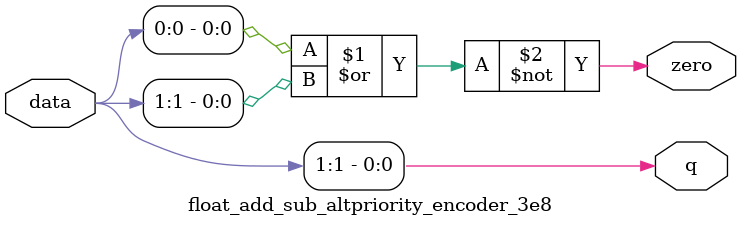
<source format=v>
module  float_add_sub_altpriority_encoder_3e8
	( 
	data,
	q,
	zero) ;
	input   [1:0]  data;
	output   [0:0]  q;
	output   zero;
	assign
		q = {data[1]},
		zero = (~ (data[0] | data[1]));
endmodule
</source>
